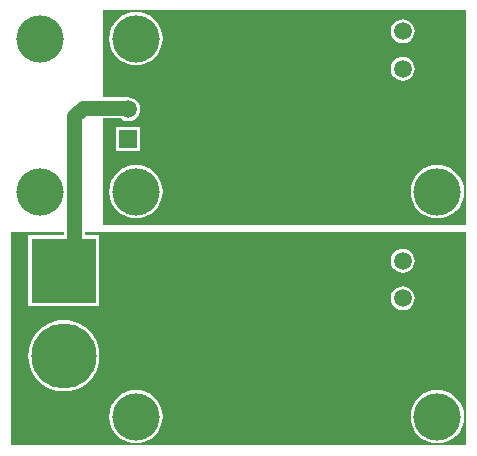
<source format=gbl>
G04*
G04 #@! TF.GenerationSoftware,Altium Limited,Altium Designer,18.1.11 (251)*
G04*
G04 Layer_Physical_Order=2*
G04 Layer_Color=16711680*
%FSLAX25Y25*%
%MOIN*%
G70*
G01*
G75*
%ADD31R,0.21717X0.21717*%
%ADD32C,0.21717*%
%ADD33R,0.05906X0.05906*%
%ADD34C,0.05906*%
%ADD35R,0.05906X0.05906*%
%ADD36C,0.02000*%
%ADD37C,0.15748*%
%ADD38C,0.05000*%
G36*
X538971Y296029D02*
X387529D01*
Y367000D01*
X404970D01*
Y366032D01*
X393142D01*
Y342315D01*
X416858D01*
Y366032D01*
X412030D01*
Y367000D01*
X538971D01*
Y296029D01*
D02*
G37*
G36*
X538971Y369500D02*
X418000D01*
Y404970D01*
X423956D01*
X424507Y404547D01*
X425468Y404149D01*
X426500Y404013D01*
X427532Y404149D01*
X428493Y404547D01*
X429319Y405181D01*
X429953Y406007D01*
X430351Y406968D01*
X430487Y408000D01*
X430351Y409032D01*
X429953Y409993D01*
X429319Y410819D01*
X428493Y411453D01*
X427532Y411851D01*
X426500Y411987D01*
X426292Y411960D01*
X425755Y412030D01*
X418000D01*
Y440971D01*
X538971D01*
Y369500D01*
D02*
G37*
%LPC*%
G36*
X518000Y361487D02*
X516968Y361351D01*
X516007Y360953D01*
X515181Y360319D01*
X514547Y359493D01*
X514149Y358532D01*
X514013Y357500D01*
X514149Y356468D01*
X514547Y355507D01*
X515181Y354681D01*
X516007Y354047D01*
X516968Y353649D01*
X518000Y353513D01*
X519032Y353649D01*
X519993Y354047D01*
X520819Y354681D01*
X521453Y355507D01*
X521851Y356468D01*
X521987Y357500D01*
X521851Y358532D01*
X521453Y359493D01*
X520819Y360319D01*
X519993Y360953D01*
X519032Y361351D01*
X518000Y361487D01*
D02*
G37*
G36*
Y348987D02*
X516968Y348851D01*
X516007Y348453D01*
X515181Y347819D01*
X514547Y346993D01*
X514149Y346032D01*
X514013Y345000D01*
X514149Y343968D01*
X514547Y343007D01*
X515181Y342181D01*
X516007Y341547D01*
X516968Y341149D01*
X518000Y341013D01*
X519032Y341149D01*
X519993Y341547D01*
X520819Y342181D01*
X521453Y343007D01*
X521851Y343968D01*
X521987Y345000D01*
X521851Y346032D01*
X521453Y346993D01*
X520819Y347819D01*
X519993Y348453D01*
X519032Y348851D01*
X518000Y348987D01*
D02*
G37*
G36*
X405000Y337722D02*
X403139Y337575D01*
X401324Y337140D01*
X399600Y336425D01*
X398008Y335450D01*
X396589Y334238D01*
X395377Y332818D01*
X394402Y331227D01*
X393687Y329503D01*
X393251Y327688D01*
X393105Y325827D01*
X393251Y323966D01*
X393687Y322151D01*
X394402Y320427D01*
X395377Y318835D01*
X396589Y317416D01*
X398008Y316204D01*
X399600Y315228D01*
X401324Y314514D01*
X403139Y314078D01*
X405000Y313932D01*
X406861Y314078D01*
X408676Y314514D01*
X410400Y315228D01*
X411992Y316204D01*
X413411Y317416D01*
X414623Y318835D01*
X415598Y320427D01*
X416313Y322151D01*
X416749Y323966D01*
X416895Y325827D01*
X416749Y327688D01*
X416313Y329503D01*
X415598Y331227D01*
X414623Y332818D01*
X413411Y334238D01*
X411992Y335450D01*
X410400Y336425D01*
X408676Y337140D01*
X406861Y337575D01*
X405000Y337722D01*
D02*
G37*
G36*
X529500Y314417D02*
X527760Y314246D01*
X526088Y313738D01*
X524546Y312914D01*
X523195Y311805D01*
X522086Y310454D01*
X521262Y308912D01*
X520754Y307240D01*
X520583Y305500D01*
X520754Y303760D01*
X521262Y302088D01*
X522086Y300546D01*
X523195Y299195D01*
X524546Y298086D01*
X526088Y297262D01*
X527760Y296754D01*
X529500Y296583D01*
X531240Y296754D01*
X532912Y297262D01*
X534454Y298086D01*
X535805Y299195D01*
X536914Y300546D01*
X537738Y302088D01*
X538246Y303760D01*
X538417Y305500D01*
X538246Y307240D01*
X537738Y308912D01*
X536914Y310454D01*
X535805Y311805D01*
X534454Y312914D01*
X532912Y313738D01*
X531240Y314246D01*
X529500Y314417D01*
D02*
G37*
G36*
X429000D02*
X427260Y314246D01*
X425588Y313738D01*
X424046Y312914D01*
X422695Y311805D01*
X421586Y310454D01*
X420762Y308912D01*
X420254Y307240D01*
X420083Y305500D01*
X420254Y303760D01*
X420762Y302088D01*
X421586Y300546D01*
X422695Y299195D01*
X424046Y298086D01*
X425588Y297262D01*
X427260Y296754D01*
X429000Y296583D01*
X430740Y296754D01*
X432412Y297262D01*
X433954Y298086D01*
X435305Y299195D01*
X436414Y300546D01*
X437238Y302088D01*
X437746Y303760D01*
X437917Y305500D01*
X437746Y307240D01*
X437238Y308912D01*
X436414Y310454D01*
X435305Y311805D01*
X433954Y312914D01*
X432412Y313738D01*
X430740Y314246D01*
X429000Y314417D01*
D02*
G37*
G36*
X518000Y437987D02*
X516968Y437851D01*
X516007Y437453D01*
X515181Y436819D01*
X514547Y435993D01*
X514149Y435032D01*
X514013Y434000D01*
X514149Y432968D01*
X514547Y432007D01*
X515181Y431181D01*
X516007Y430547D01*
X516968Y430149D01*
X518000Y430013D01*
X519032Y430149D01*
X519993Y430547D01*
X520819Y431181D01*
X521453Y432007D01*
X521851Y432968D01*
X521987Y434000D01*
X521851Y435032D01*
X521453Y435993D01*
X520819Y436819D01*
X519993Y437453D01*
X519032Y437851D01*
X518000Y437987D01*
D02*
G37*
G36*
X429000Y440417D02*
X427260Y440246D01*
X425588Y439738D01*
X424046Y438914D01*
X422695Y437805D01*
X421586Y436454D01*
X420762Y434912D01*
X420254Y433240D01*
X420083Y431500D01*
X420254Y429760D01*
X420762Y428088D01*
X421586Y426546D01*
X422695Y425195D01*
X424046Y424086D01*
X425588Y423262D01*
X427260Y422754D01*
X429000Y422583D01*
X430740Y422754D01*
X432412Y423262D01*
X433954Y424086D01*
X435305Y425195D01*
X436414Y426546D01*
X437238Y428088D01*
X437746Y429760D01*
X437917Y431500D01*
X437746Y433240D01*
X437238Y434912D01*
X436414Y436454D01*
X435305Y437805D01*
X433954Y438914D01*
X432412Y439738D01*
X430740Y440246D01*
X429000Y440417D01*
D02*
G37*
G36*
X518000Y425487D02*
X516968Y425351D01*
X516007Y424953D01*
X515181Y424319D01*
X514547Y423493D01*
X514149Y422532D01*
X514013Y421500D01*
X514149Y420468D01*
X514547Y419507D01*
X515181Y418681D01*
X516007Y418047D01*
X516968Y417649D01*
X518000Y417513D01*
X519032Y417649D01*
X519993Y418047D01*
X520819Y418681D01*
X521453Y419507D01*
X521851Y420468D01*
X521987Y421500D01*
X521851Y422532D01*
X521453Y423493D01*
X520819Y424319D01*
X519993Y424953D01*
X519032Y425351D01*
X518000Y425487D01*
D02*
G37*
G36*
X430453Y401953D02*
X422547D01*
Y394047D01*
X430453D01*
Y401953D01*
D02*
G37*
G36*
X529500Y389417D02*
X527760Y389246D01*
X526088Y388738D01*
X524546Y387914D01*
X523195Y386805D01*
X522086Y385454D01*
X521262Y383912D01*
X520754Y382240D01*
X520583Y380500D01*
X520754Y378760D01*
X521262Y377088D01*
X522086Y375546D01*
X523195Y374195D01*
X524546Y373086D01*
X526088Y372262D01*
X527760Y371754D01*
X529500Y371583D01*
X531240Y371754D01*
X532912Y372262D01*
X534454Y373086D01*
X535805Y374195D01*
X536914Y375546D01*
X537738Y377088D01*
X538246Y378760D01*
X538417Y380500D01*
X538246Y382240D01*
X537738Y383912D01*
X536914Y385454D01*
X535805Y386805D01*
X534454Y387914D01*
X532912Y388738D01*
X531240Y389246D01*
X529500Y389417D01*
D02*
G37*
G36*
X429000D02*
X427260Y389246D01*
X425588Y388738D01*
X424046Y387914D01*
X422695Y386805D01*
X421586Y385454D01*
X420762Y383912D01*
X420254Y382240D01*
X420083Y380500D01*
X420254Y378760D01*
X420762Y377088D01*
X421586Y375546D01*
X422695Y374195D01*
X424046Y373086D01*
X425588Y372262D01*
X427260Y371754D01*
X429000Y371583D01*
X430740Y371754D01*
X432412Y372262D01*
X433954Y373086D01*
X435305Y374195D01*
X436414Y375546D01*
X437238Y377088D01*
X437746Y378760D01*
X437917Y380500D01*
X437746Y382240D01*
X437238Y383912D01*
X436414Y385454D01*
X435305Y386805D01*
X433954Y387914D01*
X432412Y388738D01*
X430740Y389246D01*
X429000Y389417D01*
D02*
G37*
%LPD*%
D31*
X405000Y354173D02*
D03*
D32*
Y325827D02*
D03*
D33*
X528000Y421500D02*
D03*
Y434000D02*
D03*
Y345000D02*
D03*
Y357500D02*
D03*
D34*
X518000Y421500D02*
D03*
Y434000D02*
D03*
Y345000D02*
D03*
Y357500D02*
D03*
X426500Y408000D02*
D03*
D35*
Y398000D02*
D03*
D36*
X485000Y401500D02*
D03*
X482000D02*
D03*
X479000D02*
D03*
X476000D02*
D03*
X473000D02*
D03*
X470000D02*
D03*
X485000Y404500D02*
D03*
X482000D02*
D03*
X479000D02*
D03*
X476000D02*
D03*
X473000D02*
D03*
X470000D02*
D03*
X485000Y407500D02*
D03*
X482000D02*
D03*
X479000D02*
D03*
X476000D02*
D03*
X473000D02*
D03*
X470000D02*
D03*
X485000Y410500D02*
D03*
X482000D02*
D03*
X479000D02*
D03*
X476000D02*
D03*
X473000D02*
D03*
X470000D02*
D03*
X493000Y329000D02*
D03*
Y332000D02*
D03*
Y335000D02*
D03*
Y338000D02*
D03*
Y341000D02*
D03*
Y344000D02*
D03*
X490000Y329000D02*
D03*
X487000D02*
D03*
X484000D02*
D03*
X481000D02*
D03*
X478000D02*
D03*
X475000D02*
D03*
X472000D02*
D03*
X469000D02*
D03*
X490000Y332000D02*
D03*
X487000D02*
D03*
X484000D02*
D03*
X481000D02*
D03*
X478000D02*
D03*
X475000D02*
D03*
X472000D02*
D03*
X469000D02*
D03*
X490000Y335000D02*
D03*
X487000D02*
D03*
X484000D02*
D03*
X481000D02*
D03*
X478000D02*
D03*
X475000D02*
D03*
X472000D02*
D03*
X469000D02*
D03*
X490000Y338000D02*
D03*
X487000D02*
D03*
X484000D02*
D03*
X481000D02*
D03*
X478000D02*
D03*
X475000D02*
D03*
X472000D02*
D03*
X469000D02*
D03*
X490000Y341000D02*
D03*
X487000D02*
D03*
X484000D02*
D03*
X481000D02*
D03*
X478000D02*
D03*
X475000D02*
D03*
X472000D02*
D03*
X469000D02*
D03*
X490000Y344000D02*
D03*
X487000D02*
D03*
X484000D02*
D03*
X481000D02*
D03*
X478000D02*
D03*
X475000D02*
D03*
X472000D02*
D03*
X469000D02*
D03*
X485000Y413500D02*
D03*
X482000D02*
D03*
X479000D02*
D03*
X476000D02*
D03*
X473000D02*
D03*
X470000D02*
D03*
X485000Y416500D02*
D03*
X482000D02*
D03*
X479000D02*
D03*
X476000D02*
D03*
X473000D02*
D03*
X470000D02*
D03*
D37*
X429000Y305500D02*
D03*
X529500D02*
D03*
X397000Y380500D02*
D03*
Y431500D02*
D03*
X429000D02*
D03*
X529500Y380500D02*
D03*
X429000D02*
D03*
D38*
X406500Y350673D02*
X408500Y352673D01*
Y405571D01*
X411429Y408500D02*
X425755D01*
X408500Y405571D02*
X411429Y408500D01*
X426255Y408000D02*
X426500D01*
X425755Y408500D02*
X426255Y408000D01*
M02*

</source>
